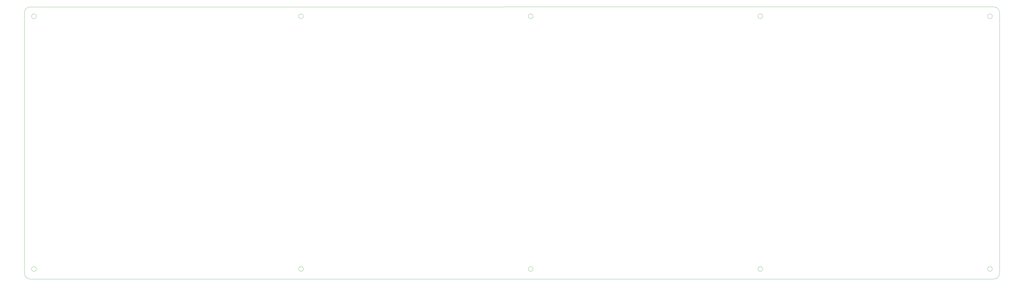
<source format=gm1>
G04 #@! TF.GenerationSoftware,KiCad,Pcbnew,(5.1.4)-1*
G04 #@! TF.CreationDate,2020-10-07T14:48:33-04:00*
G04 #@! TF.ProjectId,southpawcase,736f7574-6870-4617-9763-6173652e6b69,rev?*
G04 #@! TF.SameCoordinates,Original*
G04 #@! TF.FileFunction,Profile,NP*
%FSLAX46Y46*%
G04 Gerber Fmt 4.6, Leading zero omitted, Abs format (unit mm)*
G04 Created by KiCad (PCBNEW (5.1.4)-1) date 2020-10-07 14:48:33*
%MOMM*%
%LPD*%
G04 APERTURE LIST*
%ADD10C,0.050000*%
G04 APERTURE END LIST*
D10*
X4700000Y-3750000D02*
G75*
G03X4700000Y-3750000I-950000J0D01*
G01*
X4700000Y-105400000D02*
G75*
G03X4700000Y-105400000I-950000J0D01*
G01*
X204030000Y-3740000D02*
G75*
G03X204030000Y-3740000I-950000J0D01*
G01*
X111880000Y-3740000D02*
G75*
G03X111880000Y-3740000I-950000J0D01*
G01*
X296180000Y-3740000D02*
G75*
G03X296180000Y-3740000I-950000J0D01*
G01*
X111880000Y-105390000D02*
G75*
G03X111880000Y-105390000I-950000J0D01*
G01*
X204030000Y-105390000D02*
G75*
G03X204030000Y-105390000I-950000J0D01*
G01*
X296180000Y-105390000D02*
G75*
G03X296180000Y-105390000I-950000J0D01*
G01*
X2331250Y50000D02*
X379311250Y60000D01*
X379311250Y-109477500D02*
X2331250Y-109487500D01*
X-50000Y-2331250D02*
G75*
G02X2331250Y50000I2381250J0D01*
G01*
X2331250Y-109487500D02*
G75*
G02X-50000Y-107106250I0J2381250D01*
G01*
X391217500Y-107096250D02*
G75*
G02X388836250Y-109477500I-2381250J0D01*
G01*
X388836250Y60000D02*
G75*
G02X391217500Y-2321250I0J-2381250D01*
G01*
X379311250Y-109477500D02*
X386455000Y-109477500D01*
X379311250Y60000D02*
X386455000Y60000D01*
X386455000Y60000D02*
X388836250Y60000D01*
X386455000Y-109477500D02*
X388836250Y-109477500D01*
X-50000Y-107106250D02*
X-50000Y-2331250D01*
X391217500Y-2321250D02*
X391217500Y-107096250D01*
X388330000Y-105390000D02*
G75*
G03X388330000Y-105390000I-950000J0D01*
G01*
X388330000Y-3740000D02*
G75*
G03X388330000Y-3740000I-950000J0D01*
G01*
M02*

</source>
